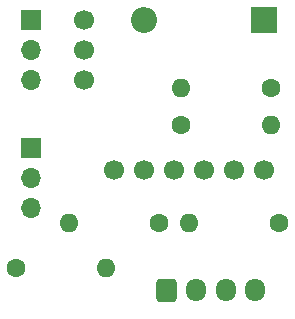
<source format=gts>
G04 #@! TF.GenerationSoftware,KiCad,Pcbnew,(5.1.8)-1*
G04 #@! TF.CreationDate,2024-06-23T02:08:37+02:00*
G04 #@! TF.ProjectId,RC Exhaust Digispark,52432045-7868-4617-9573-742044696769,rev?*
G04 #@! TF.SameCoordinates,Original*
G04 #@! TF.FileFunction,Soldermask,Top*
G04 #@! TF.FilePolarity,Negative*
%FSLAX46Y46*%
G04 Gerber Fmt 4.6, Leading zero omitted, Abs format (unit mm)*
G04 Created by KiCad (PCBNEW (5.1.8)-1) date 2024-06-23 02:08:37*
%MOMM*%
%LPD*%
G01*
G04 APERTURE LIST*
%ADD10C,1.600000*%
%ADD11O,1.600000X1.600000*%
%ADD12O,1.700000X1.700000*%
%ADD13R,1.700000X1.700000*%
%ADD14O,1.700000X1.950000*%
%ADD15C,1.700000*%
%ADD16R,2.200000X2.200000*%
%ADD17O,2.200000X2.200000*%
G04 APERTURE END LIST*
D10*
X113665000Y-96520000D03*
D11*
X106045000Y-96520000D03*
X116205000Y-96520000D03*
D10*
X123825000Y-96520000D03*
D12*
X102870000Y-95250000D03*
X102870000Y-92710000D03*
D13*
X102870000Y-90170000D03*
X102870000Y-79375000D03*
D12*
X102870000Y-81915000D03*
X102870000Y-84455000D03*
D10*
X101600000Y-100330000D03*
D11*
X109220000Y-100330000D03*
X115570000Y-85090000D03*
D10*
X123190000Y-85090000D03*
X115570000Y-88265000D03*
D11*
X123190000Y-88265000D03*
G36*
G01*
X113450000Y-102960000D02*
X113450000Y-101510000D01*
G75*
G02*
X113700000Y-101260000I250000J0D01*
G01*
X114900000Y-101260000D01*
G75*
G02*
X115150000Y-101510000I0J-250000D01*
G01*
X115150000Y-102960000D01*
G75*
G02*
X114900000Y-103210000I-250000J0D01*
G01*
X113700000Y-103210000D01*
G75*
G02*
X113450000Y-102960000I0J250000D01*
G01*
G37*
D14*
X116800000Y-102235000D03*
X119300000Y-102235000D03*
X121800000Y-102235000D03*
D15*
X117475000Y-92075000D03*
X120015000Y-92075000D03*
X107315000Y-81915000D03*
X109855000Y-92075000D03*
X112395000Y-92075000D03*
X114935000Y-92075000D03*
X107315000Y-79375000D03*
X107315000Y-84455000D03*
X122555000Y-92075000D03*
D16*
X122555000Y-79375000D03*
D17*
X112395000Y-79375000D03*
M02*

</source>
